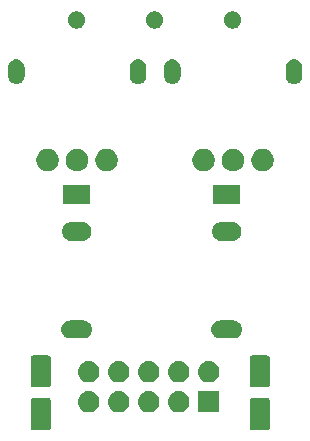
<source format=gbr>
G04 #@! TF.GenerationSoftware,KiCad,Pcbnew,(5.0.1)-4*
G04 #@! TF.CreationDate,2019-03-05T01:38:52-06:00*
G04 #@! TF.ProjectId,util_LFO,7574696C5F4C464F2E6B696361645F70,rev?*
G04 #@! TF.SameCoordinates,Original*
G04 #@! TF.FileFunction,Soldermask,Top*
G04 #@! TF.FilePolarity,Negative*
%FSLAX46Y46*%
G04 Gerber Fmt 4.6, Leading zero omitted, Abs format (unit mm)*
G04 Created by KiCad (PCBNEW (5.0.1)-4) date 3/5/2019 1:38:52*
%MOMM*%
%LPD*%
G01*
G04 APERTURE LIST*
%ADD10C,0.100000*%
G04 APERTURE END LIST*
D10*
G36*
X105099996Y-91893051D02*
X105133653Y-91903261D01*
X105164667Y-91919838D01*
X105191852Y-91942148D01*
X105214162Y-91969333D01*
X105230739Y-92000347D01*
X105240949Y-92034004D01*
X105245000Y-92075138D01*
X105245000Y-94404862D01*
X105240949Y-94445996D01*
X105230739Y-94479653D01*
X105214162Y-94510667D01*
X105191852Y-94537852D01*
X105164667Y-94560162D01*
X105133653Y-94576739D01*
X105099996Y-94586949D01*
X105058862Y-94591000D01*
X103729138Y-94591000D01*
X103688004Y-94586949D01*
X103654347Y-94576739D01*
X103623333Y-94560162D01*
X103596148Y-94537852D01*
X103573838Y-94510667D01*
X103557261Y-94479653D01*
X103547051Y-94445996D01*
X103543000Y-94404862D01*
X103543000Y-92075138D01*
X103547051Y-92034004D01*
X103557261Y-92000347D01*
X103573838Y-91969333D01*
X103596148Y-91942148D01*
X103623333Y-91919838D01*
X103654347Y-91903261D01*
X103688004Y-91893051D01*
X103729138Y-91889000D01*
X105058862Y-91889000D01*
X105099996Y-91893051D01*
X105099996Y-91893051D01*
G37*
G36*
X86557996Y-91893051D02*
X86591653Y-91903261D01*
X86622667Y-91919838D01*
X86649852Y-91942148D01*
X86672162Y-91969333D01*
X86688739Y-92000347D01*
X86698949Y-92034004D01*
X86703000Y-92075138D01*
X86703000Y-94404862D01*
X86698949Y-94445996D01*
X86688739Y-94479653D01*
X86672162Y-94510667D01*
X86649852Y-94537852D01*
X86622667Y-94560162D01*
X86591653Y-94576739D01*
X86557996Y-94586949D01*
X86516862Y-94591000D01*
X85187138Y-94591000D01*
X85146004Y-94586949D01*
X85112347Y-94576739D01*
X85081333Y-94560162D01*
X85054148Y-94537852D01*
X85031838Y-94510667D01*
X85015261Y-94479653D01*
X85005051Y-94445996D01*
X85001000Y-94404862D01*
X85001000Y-92075138D01*
X85005051Y-92034004D01*
X85015261Y-92000347D01*
X85031838Y-91969333D01*
X85054148Y-91942148D01*
X85081333Y-91919838D01*
X85112347Y-91903261D01*
X85146004Y-91893051D01*
X85187138Y-91889000D01*
X86516862Y-91889000D01*
X86557996Y-91893051D01*
X86557996Y-91893051D01*
G37*
G36*
X95175294Y-91300633D02*
X95347694Y-91352931D01*
X95347696Y-91352932D01*
X95506583Y-91437859D01*
X95506585Y-91437860D01*
X95506584Y-91437860D01*
X95645849Y-91552151D01*
X95760140Y-91691416D01*
X95845069Y-91850306D01*
X95897367Y-92022706D01*
X95915025Y-92202000D01*
X95897367Y-92381294D01*
X95845069Y-92553694D01*
X95845068Y-92553696D01*
X95760141Y-92712583D01*
X95645849Y-92851849D01*
X95506583Y-92966141D01*
X95347696Y-93051068D01*
X95347694Y-93051069D01*
X95175294Y-93103367D01*
X95040931Y-93116600D01*
X94951069Y-93116600D01*
X94816706Y-93103367D01*
X94644306Y-93051069D01*
X94644304Y-93051068D01*
X94485417Y-92966141D01*
X94346151Y-92851849D01*
X94231859Y-92712583D01*
X94146932Y-92553696D01*
X94146931Y-92553694D01*
X94094633Y-92381294D01*
X94076975Y-92202000D01*
X94094633Y-92022706D01*
X94146931Y-91850306D01*
X94231860Y-91691416D01*
X94346151Y-91552151D01*
X94485416Y-91437860D01*
X94485415Y-91437860D01*
X94485417Y-91437859D01*
X94644304Y-91352932D01*
X94644306Y-91352931D01*
X94816706Y-91300633D01*
X94951069Y-91287400D01*
X95040931Y-91287400D01*
X95175294Y-91300633D01*
X95175294Y-91300633D01*
G37*
G36*
X97715294Y-91300633D02*
X97887694Y-91352931D01*
X97887696Y-91352932D01*
X98046583Y-91437859D01*
X98046585Y-91437860D01*
X98046584Y-91437860D01*
X98185849Y-91552151D01*
X98300140Y-91691416D01*
X98385069Y-91850306D01*
X98437367Y-92022706D01*
X98455025Y-92202000D01*
X98437367Y-92381294D01*
X98385069Y-92553694D01*
X98385068Y-92553696D01*
X98300141Y-92712583D01*
X98185849Y-92851849D01*
X98046583Y-92966141D01*
X97887696Y-93051068D01*
X97887694Y-93051069D01*
X97715294Y-93103367D01*
X97580931Y-93116600D01*
X97491069Y-93116600D01*
X97356706Y-93103367D01*
X97184306Y-93051069D01*
X97184304Y-93051068D01*
X97025417Y-92966141D01*
X96886151Y-92851849D01*
X96771859Y-92712583D01*
X96686932Y-92553696D01*
X96686931Y-92553694D01*
X96634633Y-92381294D01*
X96616975Y-92202000D01*
X96634633Y-92022706D01*
X96686931Y-91850306D01*
X96771860Y-91691416D01*
X96886151Y-91552151D01*
X97025416Y-91437860D01*
X97025415Y-91437860D01*
X97025417Y-91437859D01*
X97184304Y-91352932D01*
X97184306Y-91352931D01*
X97356706Y-91300633D01*
X97491069Y-91287400D01*
X97580931Y-91287400D01*
X97715294Y-91300633D01*
X97715294Y-91300633D01*
G37*
G36*
X100990600Y-93116600D02*
X99161400Y-93116600D01*
X99161400Y-91287400D01*
X100990600Y-91287400D01*
X100990600Y-93116600D01*
X100990600Y-93116600D01*
G37*
G36*
X92635294Y-91300633D02*
X92807694Y-91352931D01*
X92807696Y-91352932D01*
X92966583Y-91437859D01*
X92966585Y-91437860D01*
X92966584Y-91437860D01*
X93105849Y-91552151D01*
X93220140Y-91691416D01*
X93305069Y-91850306D01*
X93357367Y-92022706D01*
X93375025Y-92202000D01*
X93357367Y-92381294D01*
X93305069Y-92553694D01*
X93305068Y-92553696D01*
X93220141Y-92712583D01*
X93105849Y-92851849D01*
X92966583Y-92966141D01*
X92807696Y-93051068D01*
X92807694Y-93051069D01*
X92635294Y-93103367D01*
X92500931Y-93116600D01*
X92411069Y-93116600D01*
X92276706Y-93103367D01*
X92104306Y-93051069D01*
X92104304Y-93051068D01*
X91945417Y-92966141D01*
X91806151Y-92851849D01*
X91691859Y-92712583D01*
X91606932Y-92553696D01*
X91606931Y-92553694D01*
X91554633Y-92381294D01*
X91536975Y-92202000D01*
X91554633Y-92022706D01*
X91606931Y-91850306D01*
X91691860Y-91691416D01*
X91806151Y-91552151D01*
X91945416Y-91437860D01*
X91945415Y-91437860D01*
X91945417Y-91437859D01*
X92104304Y-91352932D01*
X92104306Y-91352931D01*
X92276706Y-91300633D01*
X92411069Y-91287400D01*
X92500931Y-91287400D01*
X92635294Y-91300633D01*
X92635294Y-91300633D01*
G37*
G36*
X90095294Y-91300633D02*
X90267694Y-91352931D01*
X90267696Y-91352932D01*
X90426583Y-91437859D01*
X90426585Y-91437860D01*
X90426584Y-91437860D01*
X90565849Y-91552151D01*
X90680140Y-91691416D01*
X90765069Y-91850306D01*
X90817367Y-92022706D01*
X90835025Y-92202000D01*
X90817367Y-92381294D01*
X90765069Y-92553694D01*
X90765068Y-92553696D01*
X90680141Y-92712583D01*
X90565849Y-92851849D01*
X90426583Y-92966141D01*
X90267696Y-93051068D01*
X90267694Y-93051069D01*
X90095294Y-93103367D01*
X89960931Y-93116600D01*
X89871069Y-93116600D01*
X89736706Y-93103367D01*
X89564306Y-93051069D01*
X89564304Y-93051068D01*
X89405417Y-92966141D01*
X89266151Y-92851849D01*
X89151859Y-92712583D01*
X89066932Y-92553696D01*
X89066931Y-92553694D01*
X89014633Y-92381294D01*
X88996975Y-92202000D01*
X89014633Y-92022706D01*
X89066931Y-91850306D01*
X89151860Y-91691416D01*
X89266151Y-91552151D01*
X89405416Y-91437860D01*
X89405415Y-91437860D01*
X89405417Y-91437859D01*
X89564304Y-91352932D01*
X89564306Y-91352931D01*
X89736706Y-91300633D01*
X89871069Y-91287400D01*
X89960931Y-91287400D01*
X90095294Y-91300633D01*
X90095294Y-91300633D01*
G37*
G36*
X105099996Y-88293051D02*
X105133653Y-88303261D01*
X105164667Y-88319838D01*
X105191852Y-88342148D01*
X105214162Y-88369333D01*
X105230739Y-88400347D01*
X105240949Y-88434004D01*
X105245000Y-88475138D01*
X105245000Y-90804862D01*
X105240949Y-90845996D01*
X105230739Y-90879653D01*
X105214162Y-90910667D01*
X105191852Y-90937852D01*
X105164667Y-90960162D01*
X105133653Y-90976739D01*
X105099996Y-90986949D01*
X105058862Y-90991000D01*
X103729138Y-90991000D01*
X103688004Y-90986949D01*
X103654347Y-90976739D01*
X103623333Y-90960162D01*
X103596148Y-90937852D01*
X103573838Y-90910667D01*
X103557261Y-90879653D01*
X103547051Y-90845996D01*
X103543000Y-90804862D01*
X103543000Y-88475138D01*
X103547051Y-88434004D01*
X103557261Y-88400347D01*
X103573838Y-88369333D01*
X103596148Y-88342148D01*
X103623333Y-88319838D01*
X103654347Y-88303261D01*
X103688004Y-88293051D01*
X103729138Y-88289000D01*
X105058862Y-88289000D01*
X105099996Y-88293051D01*
X105099996Y-88293051D01*
G37*
G36*
X86557996Y-88293051D02*
X86591653Y-88303261D01*
X86622667Y-88319838D01*
X86649852Y-88342148D01*
X86672162Y-88369333D01*
X86688739Y-88400347D01*
X86698949Y-88434004D01*
X86703000Y-88475138D01*
X86703000Y-90804862D01*
X86698949Y-90845996D01*
X86688739Y-90879653D01*
X86672162Y-90910667D01*
X86649852Y-90937852D01*
X86622667Y-90960162D01*
X86591653Y-90976739D01*
X86557996Y-90986949D01*
X86516862Y-90991000D01*
X85187138Y-90991000D01*
X85146004Y-90986949D01*
X85112347Y-90976739D01*
X85081333Y-90960162D01*
X85054148Y-90937852D01*
X85031838Y-90910667D01*
X85015261Y-90879653D01*
X85005051Y-90845996D01*
X85001000Y-90804862D01*
X85001000Y-88475138D01*
X85005051Y-88434004D01*
X85015261Y-88400347D01*
X85031838Y-88369333D01*
X85054148Y-88342148D01*
X85081333Y-88319838D01*
X85112347Y-88303261D01*
X85146004Y-88293051D01*
X85187138Y-88289000D01*
X86516862Y-88289000D01*
X86557996Y-88293051D01*
X86557996Y-88293051D01*
G37*
G36*
X97715294Y-88760633D02*
X97887694Y-88812931D01*
X97887696Y-88812932D01*
X98046583Y-88897859D01*
X98046585Y-88897860D01*
X98046584Y-88897860D01*
X98185849Y-89012151D01*
X98300140Y-89151416D01*
X98385069Y-89310306D01*
X98437367Y-89482706D01*
X98455025Y-89662000D01*
X98437367Y-89841294D01*
X98385069Y-90013694D01*
X98385068Y-90013696D01*
X98300141Y-90172583D01*
X98185849Y-90311849D01*
X98046583Y-90426141D01*
X97887696Y-90511068D01*
X97887694Y-90511069D01*
X97715294Y-90563367D01*
X97580931Y-90576600D01*
X97491069Y-90576600D01*
X97356706Y-90563367D01*
X97184306Y-90511069D01*
X97184304Y-90511068D01*
X97025417Y-90426141D01*
X96886151Y-90311849D01*
X96771859Y-90172583D01*
X96686932Y-90013696D01*
X96686931Y-90013694D01*
X96634633Y-89841294D01*
X96616975Y-89662000D01*
X96634633Y-89482706D01*
X96686931Y-89310306D01*
X96771860Y-89151416D01*
X96886151Y-89012151D01*
X97025416Y-88897860D01*
X97025415Y-88897860D01*
X97025417Y-88897859D01*
X97184304Y-88812932D01*
X97184306Y-88812931D01*
X97356706Y-88760633D01*
X97491069Y-88747400D01*
X97580931Y-88747400D01*
X97715294Y-88760633D01*
X97715294Y-88760633D01*
G37*
G36*
X100255294Y-88760633D02*
X100427694Y-88812931D01*
X100427696Y-88812932D01*
X100586583Y-88897859D01*
X100586585Y-88897860D01*
X100586584Y-88897860D01*
X100725849Y-89012151D01*
X100840140Y-89151416D01*
X100925069Y-89310306D01*
X100977367Y-89482706D01*
X100995025Y-89662000D01*
X100977367Y-89841294D01*
X100925069Y-90013694D01*
X100925068Y-90013696D01*
X100840141Y-90172583D01*
X100725849Y-90311849D01*
X100586583Y-90426141D01*
X100427696Y-90511068D01*
X100427694Y-90511069D01*
X100255294Y-90563367D01*
X100120931Y-90576600D01*
X100031069Y-90576600D01*
X99896706Y-90563367D01*
X99724306Y-90511069D01*
X99724304Y-90511068D01*
X99565417Y-90426141D01*
X99426151Y-90311849D01*
X99311859Y-90172583D01*
X99226932Y-90013696D01*
X99226931Y-90013694D01*
X99174633Y-89841294D01*
X99156975Y-89662000D01*
X99174633Y-89482706D01*
X99226931Y-89310306D01*
X99311860Y-89151416D01*
X99426151Y-89012151D01*
X99565416Y-88897860D01*
X99565415Y-88897860D01*
X99565417Y-88897859D01*
X99724304Y-88812932D01*
X99724306Y-88812931D01*
X99896706Y-88760633D01*
X100031069Y-88747400D01*
X100120931Y-88747400D01*
X100255294Y-88760633D01*
X100255294Y-88760633D01*
G37*
G36*
X95175294Y-88760633D02*
X95347694Y-88812931D01*
X95347696Y-88812932D01*
X95506583Y-88897859D01*
X95506585Y-88897860D01*
X95506584Y-88897860D01*
X95645849Y-89012151D01*
X95760140Y-89151416D01*
X95845069Y-89310306D01*
X95897367Y-89482706D01*
X95915025Y-89662000D01*
X95897367Y-89841294D01*
X95845069Y-90013694D01*
X95845068Y-90013696D01*
X95760141Y-90172583D01*
X95645849Y-90311849D01*
X95506583Y-90426141D01*
X95347696Y-90511068D01*
X95347694Y-90511069D01*
X95175294Y-90563367D01*
X95040931Y-90576600D01*
X94951069Y-90576600D01*
X94816706Y-90563367D01*
X94644306Y-90511069D01*
X94644304Y-90511068D01*
X94485417Y-90426141D01*
X94346151Y-90311849D01*
X94231859Y-90172583D01*
X94146932Y-90013696D01*
X94146931Y-90013694D01*
X94094633Y-89841294D01*
X94076975Y-89662000D01*
X94094633Y-89482706D01*
X94146931Y-89310306D01*
X94231860Y-89151416D01*
X94346151Y-89012151D01*
X94485416Y-88897860D01*
X94485415Y-88897860D01*
X94485417Y-88897859D01*
X94644304Y-88812932D01*
X94644306Y-88812931D01*
X94816706Y-88760633D01*
X94951069Y-88747400D01*
X95040931Y-88747400D01*
X95175294Y-88760633D01*
X95175294Y-88760633D01*
G37*
G36*
X92635294Y-88760633D02*
X92807694Y-88812931D01*
X92807696Y-88812932D01*
X92966583Y-88897859D01*
X92966585Y-88897860D01*
X92966584Y-88897860D01*
X93105849Y-89012151D01*
X93220140Y-89151416D01*
X93305069Y-89310306D01*
X93357367Y-89482706D01*
X93375025Y-89662000D01*
X93357367Y-89841294D01*
X93305069Y-90013694D01*
X93305068Y-90013696D01*
X93220141Y-90172583D01*
X93105849Y-90311849D01*
X92966583Y-90426141D01*
X92807696Y-90511068D01*
X92807694Y-90511069D01*
X92635294Y-90563367D01*
X92500931Y-90576600D01*
X92411069Y-90576600D01*
X92276706Y-90563367D01*
X92104306Y-90511069D01*
X92104304Y-90511068D01*
X91945417Y-90426141D01*
X91806151Y-90311849D01*
X91691859Y-90172583D01*
X91606932Y-90013696D01*
X91606931Y-90013694D01*
X91554633Y-89841294D01*
X91536975Y-89662000D01*
X91554633Y-89482706D01*
X91606931Y-89310306D01*
X91691860Y-89151416D01*
X91806151Y-89012151D01*
X91945416Y-88897860D01*
X91945415Y-88897860D01*
X91945417Y-88897859D01*
X92104304Y-88812932D01*
X92104306Y-88812931D01*
X92276706Y-88760633D01*
X92411069Y-88747400D01*
X92500931Y-88747400D01*
X92635294Y-88760633D01*
X92635294Y-88760633D01*
G37*
G36*
X90095294Y-88760633D02*
X90267694Y-88812931D01*
X90267696Y-88812932D01*
X90426583Y-88897859D01*
X90426585Y-88897860D01*
X90426584Y-88897860D01*
X90565849Y-89012151D01*
X90680140Y-89151416D01*
X90765069Y-89310306D01*
X90817367Y-89482706D01*
X90835025Y-89662000D01*
X90817367Y-89841294D01*
X90765069Y-90013694D01*
X90765068Y-90013696D01*
X90680141Y-90172583D01*
X90565849Y-90311849D01*
X90426583Y-90426141D01*
X90267696Y-90511068D01*
X90267694Y-90511069D01*
X90095294Y-90563367D01*
X89960931Y-90576600D01*
X89871069Y-90576600D01*
X89736706Y-90563367D01*
X89564306Y-90511069D01*
X89564304Y-90511068D01*
X89405417Y-90426141D01*
X89266151Y-90311849D01*
X89151859Y-90172583D01*
X89066932Y-90013696D01*
X89066931Y-90013694D01*
X89014633Y-89841294D01*
X88996975Y-89662000D01*
X89014633Y-89482706D01*
X89066931Y-89310306D01*
X89151860Y-89151416D01*
X89266151Y-89012151D01*
X89405416Y-88897860D01*
X89405415Y-88897860D01*
X89405417Y-88897859D01*
X89564304Y-88812932D01*
X89564306Y-88812931D01*
X89736706Y-88760633D01*
X89871069Y-88747400D01*
X89960931Y-88747400D01*
X90095294Y-88760633D01*
X90095294Y-88760633D01*
G37*
G36*
X102223665Y-85328622D02*
X102297222Y-85335867D01*
X102438786Y-85378810D01*
X102569252Y-85448546D01*
X102683606Y-85542394D01*
X102777454Y-85656748D01*
X102847190Y-85787214D01*
X102890133Y-85928778D01*
X102904633Y-86076000D01*
X102890133Y-86223222D01*
X102847190Y-86364786D01*
X102777454Y-86495252D01*
X102683606Y-86609606D01*
X102569252Y-86703454D01*
X102438786Y-86773190D01*
X102297222Y-86816133D01*
X102223665Y-86823378D01*
X102186888Y-86827000D01*
X101013112Y-86827000D01*
X100976335Y-86823378D01*
X100902778Y-86816133D01*
X100761214Y-86773190D01*
X100630748Y-86703454D01*
X100516394Y-86609606D01*
X100422546Y-86495252D01*
X100352810Y-86364786D01*
X100309867Y-86223222D01*
X100295367Y-86076000D01*
X100309867Y-85928778D01*
X100352810Y-85787214D01*
X100422546Y-85656748D01*
X100516394Y-85542394D01*
X100630748Y-85448546D01*
X100761214Y-85378810D01*
X100902778Y-85335867D01*
X100976335Y-85328622D01*
X101013112Y-85325000D01*
X102186888Y-85325000D01*
X102223665Y-85328622D01*
X102223665Y-85328622D01*
G37*
G36*
X89523665Y-85328622D02*
X89597222Y-85335867D01*
X89738786Y-85378810D01*
X89869252Y-85448546D01*
X89983606Y-85542394D01*
X90077454Y-85656748D01*
X90147190Y-85787214D01*
X90190133Y-85928778D01*
X90204633Y-86076000D01*
X90190133Y-86223222D01*
X90147190Y-86364786D01*
X90077454Y-86495252D01*
X89983606Y-86609606D01*
X89869252Y-86703454D01*
X89738786Y-86773190D01*
X89597222Y-86816133D01*
X89523665Y-86823378D01*
X89486888Y-86827000D01*
X88313112Y-86827000D01*
X88276335Y-86823378D01*
X88202778Y-86816133D01*
X88061214Y-86773190D01*
X87930748Y-86703454D01*
X87816394Y-86609606D01*
X87722546Y-86495252D01*
X87652810Y-86364786D01*
X87609867Y-86223222D01*
X87595367Y-86076000D01*
X87609867Y-85928778D01*
X87652810Y-85787214D01*
X87722546Y-85656748D01*
X87816394Y-85542394D01*
X87930748Y-85448546D01*
X88061214Y-85378810D01*
X88202778Y-85335867D01*
X88276335Y-85328622D01*
X88313112Y-85325000D01*
X89486888Y-85325000D01*
X89523665Y-85328622D01*
X89523665Y-85328622D01*
G37*
G36*
X102207025Y-76986590D02*
X102358012Y-77032392D01*
X102497165Y-77106770D01*
X102619133Y-77206867D01*
X102719230Y-77328835D01*
X102793608Y-77467988D01*
X102839410Y-77618975D01*
X102854875Y-77776000D01*
X102839410Y-77933025D01*
X102793608Y-78084012D01*
X102719230Y-78223165D01*
X102619133Y-78345133D01*
X102497165Y-78445230D01*
X102358012Y-78519608D01*
X102207025Y-78565410D01*
X102089346Y-78577000D01*
X101110654Y-78577000D01*
X100992975Y-78565410D01*
X100841988Y-78519608D01*
X100702835Y-78445230D01*
X100580867Y-78345133D01*
X100480770Y-78223165D01*
X100406392Y-78084012D01*
X100360590Y-77933025D01*
X100345125Y-77776000D01*
X100360590Y-77618975D01*
X100406392Y-77467988D01*
X100480770Y-77328835D01*
X100580867Y-77206867D01*
X100702835Y-77106770D01*
X100841988Y-77032392D01*
X100992975Y-76986590D01*
X101110654Y-76975000D01*
X102089346Y-76975000D01*
X102207025Y-76986590D01*
X102207025Y-76986590D01*
G37*
G36*
X89507025Y-76986590D02*
X89658012Y-77032392D01*
X89797165Y-77106770D01*
X89919133Y-77206867D01*
X90019230Y-77328835D01*
X90093608Y-77467988D01*
X90139410Y-77618975D01*
X90154875Y-77776000D01*
X90139410Y-77933025D01*
X90093608Y-78084012D01*
X90019230Y-78223165D01*
X89919133Y-78345133D01*
X89797165Y-78445230D01*
X89658012Y-78519608D01*
X89507025Y-78565410D01*
X89389346Y-78577000D01*
X88410654Y-78577000D01*
X88292975Y-78565410D01*
X88141988Y-78519608D01*
X88002835Y-78445230D01*
X87880867Y-78345133D01*
X87780770Y-78223165D01*
X87706392Y-78084012D01*
X87660590Y-77933025D01*
X87645125Y-77776000D01*
X87660590Y-77618975D01*
X87706392Y-77467988D01*
X87780770Y-77328835D01*
X87880867Y-77206867D01*
X88002835Y-77106770D01*
X88141988Y-77032392D01*
X88292975Y-76986590D01*
X88410654Y-76975000D01*
X89389346Y-76975000D01*
X89507025Y-76986590D01*
X89507025Y-76986590D01*
G37*
G36*
X102751000Y-75477000D02*
X100449000Y-75477000D01*
X100449000Y-73875000D01*
X102751000Y-73875000D01*
X102751000Y-75477000D01*
X102751000Y-75477000D01*
G37*
G36*
X90051000Y-75477000D02*
X87749000Y-75477000D01*
X87749000Y-73875000D01*
X90051000Y-73875000D01*
X90051000Y-75477000D01*
X90051000Y-75477000D01*
G37*
G36*
X86717396Y-70840546D02*
X86890466Y-70912234D01*
X87046230Y-71016312D01*
X87178688Y-71148770D01*
X87282766Y-71304534D01*
X87354454Y-71477604D01*
X87391000Y-71661333D01*
X87391000Y-71848667D01*
X87354454Y-72032396D01*
X87282766Y-72205466D01*
X87178688Y-72361230D01*
X87046230Y-72493688D01*
X86890466Y-72597766D01*
X86717396Y-72669454D01*
X86533667Y-72706000D01*
X86346333Y-72706000D01*
X86162604Y-72669454D01*
X85989534Y-72597766D01*
X85833770Y-72493688D01*
X85701312Y-72361230D01*
X85597234Y-72205466D01*
X85525546Y-72032396D01*
X85489000Y-71848667D01*
X85489000Y-71661333D01*
X85525546Y-71477604D01*
X85597234Y-71304534D01*
X85701312Y-71148770D01*
X85833770Y-71016312D01*
X85989534Y-70912234D01*
X86162604Y-70840546D01*
X86346333Y-70804000D01*
X86533667Y-70804000D01*
X86717396Y-70840546D01*
X86717396Y-70840546D01*
G37*
G36*
X89217396Y-70840546D02*
X89390466Y-70912234D01*
X89546230Y-71016312D01*
X89678688Y-71148770D01*
X89782766Y-71304534D01*
X89854454Y-71477604D01*
X89891000Y-71661333D01*
X89891000Y-71848667D01*
X89854454Y-72032396D01*
X89782766Y-72205466D01*
X89678688Y-72361230D01*
X89546230Y-72493688D01*
X89390466Y-72597766D01*
X89217396Y-72669454D01*
X89033667Y-72706000D01*
X88846333Y-72706000D01*
X88662604Y-72669454D01*
X88489534Y-72597766D01*
X88333770Y-72493688D01*
X88201312Y-72361230D01*
X88097234Y-72205466D01*
X88025546Y-72032396D01*
X87989000Y-71848667D01*
X87989000Y-71661333D01*
X88025546Y-71477604D01*
X88097234Y-71304534D01*
X88201312Y-71148770D01*
X88333770Y-71016312D01*
X88489534Y-70912234D01*
X88662604Y-70840546D01*
X88846333Y-70804000D01*
X89033667Y-70804000D01*
X89217396Y-70840546D01*
X89217396Y-70840546D01*
G37*
G36*
X91717396Y-70840546D02*
X91890466Y-70912234D01*
X92046230Y-71016312D01*
X92178688Y-71148770D01*
X92282766Y-71304534D01*
X92354454Y-71477604D01*
X92391000Y-71661333D01*
X92391000Y-71848667D01*
X92354454Y-72032396D01*
X92282766Y-72205466D01*
X92178688Y-72361230D01*
X92046230Y-72493688D01*
X91890466Y-72597766D01*
X91717396Y-72669454D01*
X91533667Y-72706000D01*
X91346333Y-72706000D01*
X91162604Y-72669454D01*
X90989534Y-72597766D01*
X90833770Y-72493688D01*
X90701312Y-72361230D01*
X90597234Y-72205466D01*
X90525546Y-72032396D01*
X90489000Y-71848667D01*
X90489000Y-71661333D01*
X90525546Y-71477604D01*
X90597234Y-71304534D01*
X90701312Y-71148770D01*
X90833770Y-71016312D01*
X90989534Y-70912234D01*
X91162604Y-70840546D01*
X91346333Y-70804000D01*
X91533667Y-70804000D01*
X91717396Y-70840546D01*
X91717396Y-70840546D01*
G37*
G36*
X104925396Y-70840546D02*
X105098466Y-70912234D01*
X105254230Y-71016312D01*
X105386688Y-71148770D01*
X105490766Y-71304534D01*
X105562454Y-71477604D01*
X105599000Y-71661333D01*
X105599000Y-71848667D01*
X105562454Y-72032396D01*
X105490766Y-72205466D01*
X105386688Y-72361230D01*
X105254230Y-72493688D01*
X105098466Y-72597766D01*
X104925396Y-72669454D01*
X104741667Y-72706000D01*
X104554333Y-72706000D01*
X104370604Y-72669454D01*
X104197534Y-72597766D01*
X104041770Y-72493688D01*
X103909312Y-72361230D01*
X103805234Y-72205466D01*
X103733546Y-72032396D01*
X103697000Y-71848667D01*
X103697000Y-71661333D01*
X103733546Y-71477604D01*
X103805234Y-71304534D01*
X103909312Y-71148770D01*
X104041770Y-71016312D01*
X104197534Y-70912234D01*
X104370604Y-70840546D01*
X104554333Y-70804000D01*
X104741667Y-70804000D01*
X104925396Y-70840546D01*
X104925396Y-70840546D01*
G37*
G36*
X102425396Y-70840546D02*
X102598466Y-70912234D01*
X102754230Y-71016312D01*
X102886688Y-71148770D01*
X102990766Y-71304534D01*
X103062454Y-71477604D01*
X103099000Y-71661333D01*
X103099000Y-71848667D01*
X103062454Y-72032396D01*
X102990766Y-72205466D01*
X102886688Y-72361230D01*
X102754230Y-72493688D01*
X102598466Y-72597766D01*
X102425396Y-72669454D01*
X102241667Y-72706000D01*
X102054333Y-72706000D01*
X101870604Y-72669454D01*
X101697534Y-72597766D01*
X101541770Y-72493688D01*
X101409312Y-72361230D01*
X101305234Y-72205466D01*
X101233546Y-72032396D01*
X101197000Y-71848667D01*
X101197000Y-71661333D01*
X101233546Y-71477604D01*
X101305234Y-71304534D01*
X101409312Y-71148770D01*
X101541770Y-71016312D01*
X101697534Y-70912234D01*
X101870604Y-70840546D01*
X102054333Y-70804000D01*
X102241667Y-70804000D01*
X102425396Y-70840546D01*
X102425396Y-70840546D01*
G37*
G36*
X99925396Y-70840546D02*
X100098466Y-70912234D01*
X100254230Y-71016312D01*
X100386688Y-71148770D01*
X100490766Y-71304534D01*
X100562454Y-71477604D01*
X100599000Y-71661333D01*
X100599000Y-71848667D01*
X100562454Y-72032396D01*
X100490766Y-72205466D01*
X100386688Y-72361230D01*
X100254230Y-72493688D01*
X100098466Y-72597766D01*
X99925396Y-72669454D01*
X99741667Y-72706000D01*
X99554333Y-72706000D01*
X99370604Y-72669454D01*
X99197534Y-72597766D01*
X99041770Y-72493688D01*
X98909312Y-72361230D01*
X98805234Y-72205466D01*
X98733546Y-72032396D01*
X98697000Y-71848667D01*
X98697000Y-71661333D01*
X98733546Y-71477604D01*
X98805234Y-71304534D01*
X98909312Y-71148770D01*
X99041770Y-71016312D01*
X99197534Y-70912234D01*
X99370604Y-70840546D01*
X99554333Y-70804000D01*
X99741667Y-70804000D01*
X99925396Y-70840546D01*
X99925396Y-70840546D01*
G37*
G36*
X107435421Y-63214143D02*
X107567557Y-63254227D01*
X107567559Y-63254228D01*
X107689339Y-63319320D01*
X107796080Y-63406920D01*
X107883680Y-63513661D01*
X107948772Y-63635441D01*
X107948773Y-63635443D01*
X107988857Y-63767579D01*
X107999000Y-63870568D01*
X107999000Y-64639432D01*
X107988857Y-64742421D01*
X107948773Y-64874556D01*
X107948772Y-64874559D01*
X107883680Y-64996339D01*
X107820691Y-65073090D01*
X107796078Y-65103082D01*
X107703427Y-65179117D01*
X107689338Y-65190680D01*
X107567558Y-65255772D01*
X107567556Y-65255773D01*
X107435420Y-65295857D01*
X107298000Y-65309391D01*
X107160579Y-65295857D01*
X107028443Y-65255773D01*
X107028441Y-65255772D01*
X106906661Y-65190680D01*
X106829910Y-65127691D01*
X106799918Y-65103078D01*
X106712321Y-64996339D01*
X106712320Y-64996337D01*
X106647228Y-64874558D01*
X106647227Y-64874556D01*
X106607143Y-64742420D01*
X106597000Y-64639431D01*
X106597000Y-63870568D01*
X106607143Y-63767581D01*
X106647228Y-63635442D01*
X106666974Y-63598500D01*
X106712321Y-63513661D01*
X106799921Y-63406920D01*
X106906662Y-63319320D01*
X107028442Y-63254228D01*
X107028444Y-63254227D01*
X107160580Y-63214143D01*
X107298000Y-63200609D01*
X107435421Y-63214143D01*
X107435421Y-63214143D01*
G37*
G36*
X97135421Y-63214143D02*
X97267557Y-63254227D01*
X97267559Y-63254228D01*
X97389339Y-63319320D01*
X97496080Y-63406920D01*
X97583680Y-63513661D01*
X97648772Y-63635441D01*
X97648773Y-63635443D01*
X97688857Y-63767579D01*
X97699000Y-63870568D01*
X97699000Y-64639432D01*
X97688857Y-64742421D01*
X97648773Y-64874556D01*
X97648772Y-64874559D01*
X97583680Y-64996339D01*
X97520691Y-65073090D01*
X97496078Y-65103082D01*
X97403427Y-65179117D01*
X97389338Y-65190680D01*
X97267558Y-65255772D01*
X97267556Y-65255773D01*
X97135420Y-65295857D01*
X96998000Y-65309391D01*
X96860579Y-65295857D01*
X96728443Y-65255773D01*
X96728441Y-65255772D01*
X96606661Y-65190680D01*
X96529910Y-65127691D01*
X96499918Y-65103078D01*
X96412321Y-64996339D01*
X96412320Y-64996337D01*
X96347228Y-64874558D01*
X96347227Y-64874556D01*
X96307143Y-64742420D01*
X96297000Y-64639431D01*
X96297000Y-63870568D01*
X96307143Y-63767581D01*
X96347228Y-63635442D01*
X96366974Y-63598500D01*
X96412321Y-63513661D01*
X96499921Y-63406920D01*
X96606662Y-63319320D01*
X96728442Y-63254228D01*
X96728444Y-63254227D01*
X96860580Y-63214143D01*
X96998000Y-63200609D01*
X97135421Y-63214143D01*
X97135421Y-63214143D01*
G37*
G36*
X94227421Y-63214143D02*
X94359557Y-63254227D01*
X94359559Y-63254228D01*
X94481339Y-63319320D01*
X94588080Y-63406920D01*
X94675680Y-63513661D01*
X94740772Y-63635441D01*
X94740773Y-63635443D01*
X94780857Y-63767579D01*
X94791000Y-63870568D01*
X94791000Y-64639432D01*
X94780857Y-64742421D01*
X94740773Y-64874556D01*
X94740772Y-64874559D01*
X94675680Y-64996339D01*
X94612691Y-65073090D01*
X94588078Y-65103082D01*
X94495427Y-65179117D01*
X94481338Y-65190680D01*
X94359558Y-65255772D01*
X94359556Y-65255773D01*
X94227420Y-65295857D01*
X94090000Y-65309391D01*
X93952579Y-65295857D01*
X93820443Y-65255773D01*
X93820441Y-65255772D01*
X93698661Y-65190680D01*
X93621910Y-65127691D01*
X93591918Y-65103078D01*
X93504321Y-64996339D01*
X93504320Y-64996337D01*
X93439228Y-64874558D01*
X93439227Y-64874556D01*
X93399143Y-64742420D01*
X93389000Y-64639431D01*
X93389000Y-63870568D01*
X93399143Y-63767581D01*
X93439228Y-63635442D01*
X93458974Y-63598500D01*
X93504321Y-63513661D01*
X93591921Y-63406920D01*
X93698662Y-63319320D01*
X93820442Y-63254228D01*
X93820444Y-63254227D01*
X93952580Y-63214143D01*
X94090000Y-63200609D01*
X94227421Y-63214143D01*
X94227421Y-63214143D01*
G37*
G36*
X83927421Y-63214143D02*
X84059557Y-63254227D01*
X84059559Y-63254228D01*
X84181339Y-63319320D01*
X84288080Y-63406920D01*
X84375680Y-63513661D01*
X84440772Y-63635441D01*
X84440773Y-63635443D01*
X84480857Y-63767579D01*
X84491000Y-63870568D01*
X84491000Y-64639432D01*
X84480857Y-64742421D01*
X84440773Y-64874556D01*
X84440772Y-64874559D01*
X84375680Y-64996339D01*
X84312691Y-65073090D01*
X84288078Y-65103082D01*
X84195427Y-65179117D01*
X84181338Y-65190680D01*
X84059558Y-65255772D01*
X84059556Y-65255773D01*
X83927420Y-65295857D01*
X83790000Y-65309391D01*
X83652579Y-65295857D01*
X83520443Y-65255773D01*
X83520441Y-65255772D01*
X83398661Y-65190680D01*
X83321910Y-65127691D01*
X83291918Y-65103078D01*
X83204321Y-64996339D01*
X83204320Y-64996337D01*
X83139228Y-64874558D01*
X83139227Y-64874556D01*
X83099143Y-64742420D01*
X83089000Y-64639431D01*
X83089000Y-63870568D01*
X83099143Y-63767581D01*
X83139228Y-63635442D01*
X83158974Y-63598500D01*
X83204321Y-63513661D01*
X83291921Y-63406920D01*
X83398662Y-63319320D01*
X83520442Y-63254228D01*
X83520444Y-63254227D01*
X83652580Y-63214143D01*
X83790000Y-63200609D01*
X83927421Y-63214143D01*
X83927421Y-63214143D01*
G37*
G36*
X102319767Y-59182399D02*
X102451891Y-59237127D01*
X102570799Y-59316579D01*
X102671921Y-59417701D01*
X102751373Y-59536609D01*
X102806101Y-59668733D01*
X102834000Y-59808994D01*
X102834000Y-59952006D01*
X102806101Y-60092267D01*
X102751373Y-60224391D01*
X102671921Y-60343299D01*
X102570799Y-60444421D01*
X102451891Y-60523873D01*
X102319767Y-60578601D01*
X102179506Y-60606500D01*
X102036494Y-60606500D01*
X101896233Y-60578601D01*
X101764109Y-60523873D01*
X101645201Y-60444421D01*
X101544079Y-60343299D01*
X101464627Y-60224391D01*
X101409899Y-60092267D01*
X101382000Y-59952006D01*
X101382000Y-59808994D01*
X101409899Y-59668733D01*
X101464627Y-59536609D01*
X101544079Y-59417701D01*
X101645201Y-59316579D01*
X101764109Y-59237127D01*
X101896233Y-59182399D01*
X102036494Y-59154500D01*
X102179506Y-59154500D01*
X102319767Y-59182399D01*
X102319767Y-59182399D01*
G37*
G36*
X89111767Y-59182399D02*
X89243891Y-59237127D01*
X89362799Y-59316579D01*
X89463921Y-59417701D01*
X89543373Y-59536609D01*
X89598101Y-59668733D01*
X89626000Y-59808994D01*
X89626000Y-59952006D01*
X89598101Y-60092267D01*
X89543373Y-60224391D01*
X89463921Y-60343299D01*
X89362799Y-60444421D01*
X89243891Y-60523873D01*
X89111767Y-60578601D01*
X88971506Y-60606500D01*
X88828494Y-60606500D01*
X88688233Y-60578601D01*
X88556109Y-60523873D01*
X88437201Y-60444421D01*
X88336079Y-60343299D01*
X88256627Y-60224391D01*
X88201899Y-60092267D01*
X88174000Y-59952006D01*
X88174000Y-59808994D01*
X88201899Y-59668733D01*
X88256627Y-59536609D01*
X88336079Y-59417701D01*
X88437201Y-59316579D01*
X88556109Y-59237127D01*
X88688233Y-59182399D01*
X88828494Y-59154500D01*
X88971506Y-59154500D01*
X89111767Y-59182399D01*
X89111767Y-59182399D01*
G37*
G36*
X95715767Y-59182399D02*
X95847891Y-59237127D01*
X95966799Y-59316579D01*
X96067921Y-59417701D01*
X96147373Y-59536609D01*
X96202101Y-59668733D01*
X96230000Y-59808994D01*
X96230000Y-59952006D01*
X96202101Y-60092267D01*
X96147373Y-60224391D01*
X96067921Y-60343299D01*
X95966799Y-60444421D01*
X95847891Y-60523873D01*
X95715767Y-60578601D01*
X95575506Y-60606500D01*
X95432494Y-60606500D01*
X95292233Y-60578601D01*
X95160109Y-60523873D01*
X95041201Y-60444421D01*
X94940079Y-60343299D01*
X94860627Y-60224391D01*
X94805899Y-60092267D01*
X94778000Y-59952006D01*
X94778000Y-59808994D01*
X94805899Y-59668733D01*
X94860627Y-59536609D01*
X94940079Y-59417701D01*
X95041201Y-59316579D01*
X95160109Y-59237127D01*
X95292233Y-59182399D01*
X95432494Y-59154500D01*
X95575506Y-59154500D01*
X95715767Y-59182399D01*
X95715767Y-59182399D01*
G37*
M02*

</source>
